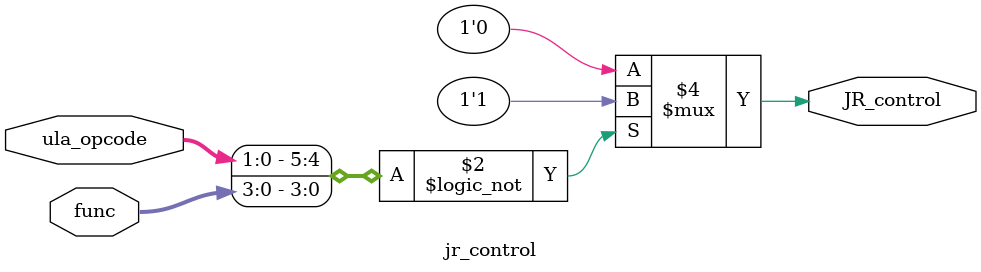
<source format=v>
module jr_control(ula_opcode, func, JR_control);

    //declarar entradas e saídas
    input wire [1:0] ula_opcode;
    input wire [3:0] func;
    output reg JR_control;

    always @(*) begin
        if ({ula_opcode, func} == 6'b000000) // Verifica se ula_opcode e func correspondem ao opcode da instrução jr
		    begin
            JR_control = 1'b1; // Se sim, define JR_control como 1
			 end
        else
		    begin
            JR_control = 1'b0;  // Caso contrário, define JR_control como 0
			 end
    end

endmodule
</source>
